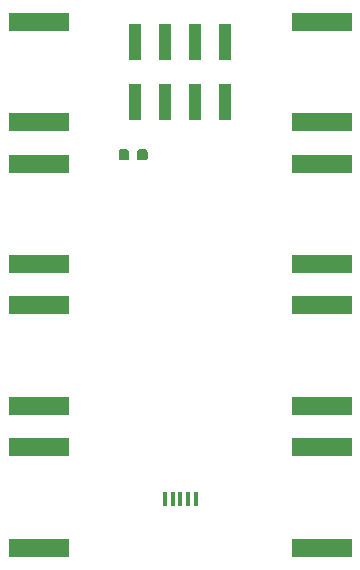
<source format=gbp>
G04 #@! TF.GenerationSoftware,KiCad,Pcbnew,6.0.0-unknown-70ca025~86~ubuntu16.04.1*
G04 #@! TF.CreationDate,2019-07-17T04:15:05+00:00*
G04 #@! TF.ProjectId,usb-type-c-breakout,7573622d-7479-4706-952d-632d62726561,rev?*
G04 #@! TF.SameCoordinates,Original*
G04 #@! TF.FileFunction,Paste,Bot*
G04 #@! TF.FilePolarity,Positive*
%FSLAX46Y46*%
G04 Gerber Fmt 4.6, Leading zero omitted, Abs format (unit mm)*
G04 Created by KiCad (PCBNEW 6.0.0-unknown-70ca025~86~ubuntu16.04.1) date 2019-07-17 04:15:05*
%MOMM*%
%LPD*%
G04 APERTURE LIST*
%ADD10C,0.100000*%
%ADD11C,0.875000*%
%ADD12R,0.450000X1.300000*%
%ADD13R,5.080000X1.500000*%
%ADD14R,1.000000X3.150000*%
G04 APERTURE END LIST*
D10*
G36*
X95514962Y-88541651D02*
G01*
X95585930Y-88589070D01*
X95633349Y-88660038D01*
X95650000Y-88743750D01*
X95650000Y-89256250D01*
X95633349Y-89339962D01*
X95585930Y-89410930D01*
X95514962Y-89458349D01*
X95431250Y-89475000D01*
X94993750Y-89475000D01*
X94910038Y-89458349D01*
X94839070Y-89410930D01*
X94791651Y-89339962D01*
X94775000Y-89256250D01*
X94775000Y-88743750D01*
X94791651Y-88660038D01*
X94839070Y-88589070D01*
X94910038Y-88541651D01*
X94993750Y-88525000D01*
X95431250Y-88525000D01*
X95514962Y-88541651D01*
X95514962Y-88541651D01*
G37*
D11*
X95212500Y-89000000D03*
D10*
G36*
X97089962Y-88541651D02*
G01*
X97160930Y-88589070D01*
X97208349Y-88660038D01*
X97225000Y-88743750D01*
X97225000Y-89256250D01*
X97208349Y-89339962D01*
X97160930Y-89410930D01*
X97089962Y-89458349D01*
X97006250Y-89475000D01*
X96568750Y-89475000D01*
X96485038Y-89458349D01*
X96414070Y-89410930D01*
X96366651Y-89339962D01*
X96350000Y-89256250D01*
X96350000Y-88743750D01*
X96366651Y-88660038D01*
X96414070Y-88589070D01*
X96485038Y-88541651D01*
X96568750Y-88525000D01*
X97006250Y-88525000D01*
X97089962Y-88541651D01*
X97089962Y-88541651D01*
G37*
D11*
X96787500Y-89000000D03*
D12*
X98700000Y-118100000D03*
X99350000Y-118100000D03*
X100000000Y-118100000D03*
X100650000Y-118100000D03*
X101300000Y-118100000D03*
D13*
X88000000Y-86250000D03*
X88000000Y-77750000D03*
X88000000Y-98250000D03*
X88000000Y-89750000D03*
X88000000Y-110250000D03*
X88000000Y-101750000D03*
X88000000Y-122250000D03*
X88000000Y-113750000D03*
X112000000Y-113750000D03*
X112000000Y-122250000D03*
X112000000Y-101750000D03*
X112000000Y-110250000D03*
X112000000Y-89750000D03*
X112000000Y-98250000D03*
X112000000Y-77750000D03*
X112000000Y-86250000D03*
D14*
X96190000Y-79475000D03*
X96190000Y-84525000D03*
X98730000Y-79475000D03*
X98730000Y-84525000D03*
X101270000Y-79475000D03*
X101270000Y-84525000D03*
X103810000Y-79475000D03*
X103810000Y-84525000D03*
M02*

</source>
